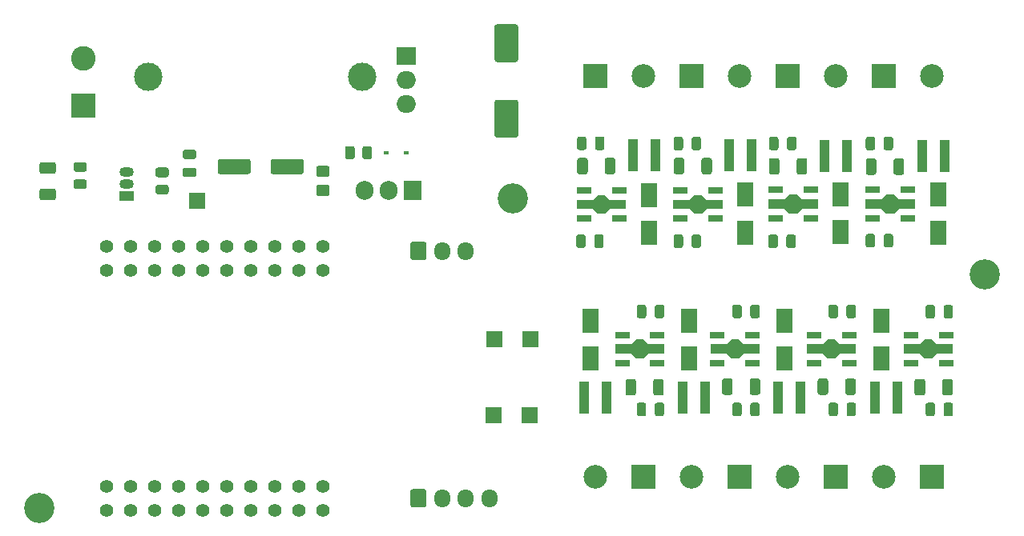
<source format=gts>
G04 #@! TF.GenerationSoftware,KiCad,Pcbnew,5.1.11-e4df9d881f~92~ubuntu20.04.1*
G04 #@! TF.CreationDate,2021-11-04T00:21:16+01:00*
G04 #@! TF.ProjectId,CC dimmer low voltage,43432064-696d-46d6-9572-206c6f772076,0.98*
G04 #@! TF.SameCoordinates,Original*
G04 #@! TF.FileFunction,Soldermask,Top*
G04 #@! TF.FilePolarity,Negative*
%FSLAX46Y46*%
G04 Gerber Fmt 4.6, Leading zero omitted, Abs format (unit mm)*
G04 Created by KiCad (PCBNEW 5.1.11-e4df9d881f~92~ubuntu20.04.1) date 2021-11-04 00:21:16*
%MOMM*%
%LPD*%
G01*
G04 APERTURE LIST*
%ADD10R,0.980000X3.400000*%
%ADD11C,3.000000*%
%ADD12R,1.700000X1.700000*%
%ADD13R,1.800000X2.500000*%
%ADD14C,3.200000*%
%ADD15R,0.600000X0.450000*%
%ADD16O,1.700000X1.950000*%
%ADD17O,2.000000X1.905000*%
%ADD18R,2.000000X1.905000*%
%ADD19O,1.500000X1.050000*%
%ADD20R,1.500000X1.050000*%
%ADD21R,1.905000X2.000000*%
%ADD22O,1.905000X2.000000*%
%ADD23R,2.600000X2.600000*%
%ADD24C,2.600000*%
%ADD25R,1.500000X0.700000*%
%ADD26C,0.150000*%
%ADD27C,1.400000*%
%ADD28C,2.500000*%
%ADD29R,2.500000X2.500000*%
G04 APERTURE END LIST*
G36*
G01*
X159235200Y-98516200D02*
X159235200Y-97566200D01*
G75*
G02*
X159485200Y-97316200I250000J0D01*
G01*
X159985200Y-97316200D01*
G75*
G02*
X160235200Y-97566200I0J-250000D01*
G01*
X160235200Y-98516200D01*
G75*
G02*
X159985200Y-98766200I-250000J0D01*
G01*
X159485200Y-98766200D01*
G75*
G02*
X159235200Y-98516200I0J250000D01*
G01*
G37*
G36*
G01*
X157335200Y-98516200D02*
X157335200Y-97566200D01*
G75*
G02*
X157585200Y-97316200I250000J0D01*
G01*
X158085200Y-97316200D01*
G75*
G02*
X158335200Y-97566200I0J-250000D01*
G01*
X158335200Y-98516200D01*
G75*
G02*
X158085200Y-98766200I-250000J0D01*
G01*
X157585200Y-98766200D01*
G75*
G02*
X157335200Y-98516200I0J250000D01*
G01*
G37*
D10*
X158159000Y-114576600D03*
X160529000Y-114576600D03*
X168547600Y-114576600D03*
X170917600Y-114576600D03*
X178665600Y-114576600D03*
X181035600Y-114576600D03*
X188893000Y-114576600D03*
X191263000Y-114576600D03*
X196266800Y-88998800D03*
X193896800Y-88998800D03*
X185929000Y-88998800D03*
X183559000Y-88998800D03*
X175845200Y-88948000D03*
X173475200Y-88948000D03*
X165659800Y-88973400D03*
X163289800Y-88973400D03*
D11*
X134731400Y-80642200D03*
X112131400Y-80642200D03*
D12*
X152423300Y-116495000D03*
X152473300Y-108445000D03*
D13*
X189570000Y-106429800D03*
X189570000Y-110429800D03*
D14*
X150652000Y-93545000D03*
D13*
X169224600Y-110429800D03*
X169224600Y-106429800D03*
G36*
G01*
X157411400Y-88153000D02*
X157411400Y-87203000D01*
G75*
G02*
X157661400Y-86953000I250000J0D01*
G01*
X158161400Y-86953000D01*
G75*
G02*
X158411400Y-87203000I0J-250000D01*
G01*
X158411400Y-88153000D01*
G75*
G02*
X158161400Y-88403000I-250000J0D01*
G01*
X157661400Y-88403000D01*
G75*
G02*
X157411400Y-88153000I0J250000D01*
G01*
G37*
G36*
G01*
X159311400Y-88153000D02*
X159311400Y-87203000D01*
G75*
G02*
X159561400Y-86953000I250000J0D01*
G01*
X160061400Y-86953000D01*
G75*
G02*
X160311400Y-87203000I0J-250000D01*
G01*
X160311400Y-88153000D01*
G75*
G02*
X160061400Y-88403000I-250000J0D01*
G01*
X159561400Y-88403000D01*
G75*
G02*
X159311400Y-88153000I0J250000D01*
G01*
G37*
G36*
G01*
X167622200Y-98516200D02*
X167622200Y-97566200D01*
G75*
G02*
X167872200Y-97316200I250000J0D01*
G01*
X168372200Y-97316200D01*
G75*
G02*
X168622200Y-97566200I0J-250000D01*
G01*
X168622200Y-98516200D01*
G75*
G02*
X168372200Y-98766200I-250000J0D01*
G01*
X167872200Y-98766200D01*
G75*
G02*
X167622200Y-98516200I0J250000D01*
G01*
G37*
G36*
G01*
X169522200Y-98516200D02*
X169522200Y-97566200D01*
G75*
G02*
X169772200Y-97316200I250000J0D01*
G01*
X170272200Y-97316200D01*
G75*
G02*
X170522200Y-97566200I0J-250000D01*
G01*
X170522200Y-98516200D01*
G75*
G02*
X170272200Y-98766200I-250000J0D01*
G01*
X169772200Y-98766200D01*
G75*
G02*
X169522200Y-98516200I0J250000D01*
G01*
G37*
G36*
G01*
X167622200Y-88178400D02*
X167622200Y-87228400D01*
G75*
G02*
X167872200Y-86978400I250000J0D01*
G01*
X168372200Y-86978400D01*
G75*
G02*
X168622200Y-87228400I0J-250000D01*
G01*
X168622200Y-88178400D01*
G75*
G02*
X168372200Y-88428400I-250000J0D01*
G01*
X167872200Y-88428400D01*
G75*
G02*
X167622200Y-88178400I0J250000D01*
G01*
G37*
G36*
G01*
X169522200Y-88178400D02*
X169522200Y-87228400D01*
G75*
G02*
X169772200Y-86978400I250000J0D01*
G01*
X170272200Y-86978400D01*
G75*
G02*
X170522200Y-87228400I0J-250000D01*
G01*
X170522200Y-88178400D01*
G75*
G02*
X170272200Y-88428400I-250000J0D01*
G01*
X169772200Y-88428400D01*
G75*
G02*
X169522200Y-88178400I0J250000D01*
G01*
G37*
G36*
G01*
X177629800Y-98516200D02*
X177629800Y-97566200D01*
G75*
G02*
X177879800Y-97316200I250000J0D01*
G01*
X178379800Y-97316200D01*
G75*
G02*
X178629800Y-97566200I0J-250000D01*
G01*
X178629800Y-98516200D01*
G75*
G02*
X178379800Y-98766200I-250000J0D01*
G01*
X177879800Y-98766200D01*
G75*
G02*
X177629800Y-98516200I0J250000D01*
G01*
G37*
G36*
G01*
X179529800Y-98516200D02*
X179529800Y-97566200D01*
G75*
G02*
X179779800Y-97316200I250000J0D01*
G01*
X180279800Y-97316200D01*
G75*
G02*
X180529800Y-97566200I0J-250000D01*
G01*
X180529800Y-98516200D01*
G75*
G02*
X180279800Y-98766200I-250000J0D01*
G01*
X179779800Y-98766200D01*
G75*
G02*
X179529800Y-98516200I0J250000D01*
G01*
G37*
G36*
G01*
X179606000Y-88178400D02*
X179606000Y-87228400D01*
G75*
G02*
X179856000Y-86978400I250000J0D01*
G01*
X180356000Y-86978400D01*
G75*
G02*
X180606000Y-87228400I0J-250000D01*
G01*
X180606000Y-88178400D01*
G75*
G02*
X180356000Y-88428400I-250000J0D01*
G01*
X179856000Y-88428400D01*
G75*
G02*
X179606000Y-88178400I0J250000D01*
G01*
G37*
G36*
G01*
X177706000Y-88178400D02*
X177706000Y-87228400D01*
G75*
G02*
X177956000Y-86978400I250000J0D01*
G01*
X178456000Y-86978400D01*
G75*
G02*
X178706000Y-87228400I0J-250000D01*
G01*
X178706000Y-88178400D01*
G75*
G02*
X178456000Y-88428400I-250000J0D01*
G01*
X177956000Y-88428400D01*
G75*
G02*
X177706000Y-88178400I0J250000D01*
G01*
G37*
G36*
G01*
X189816800Y-98465400D02*
X189816800Y-97515400D01*
G75*
G02*
X190066800Y-97265400I250000J0D01*
G01*
X190566800Y-97265400D01*
G75*
G02*
X190816800Y-97515400I0J-250000D01*
G01*
X190816800Y-98465400D01*
G75*
G02*
X190566800Y-98715400I-250000J0D01*
G01*
X190066800Y-98715400D01*
G75*
G02*
X189816800Y-98465400I0J250000D01*
G01*
G37*
G36*
G01*
X187916800Y-98465400D02*
X187916800Y-97515400D01*
G75*
G02*
X188166800Y-97265400I250000J0D01*
G01*
X188666800Y-97265400D01*
G75*
G02*
X188916800Y-97515400I0J-250000D01*
G01*
X188916800Y-98465400D01*
G75*
G02*
X188666800Y-98715400I-250000J0D01*
G01*
X188166800Y-98715400D01*
G75*
G02*
X187916800Y-98465400I0J250000D01*
G01*
G37*
G36*
G01*
X187916800Y-88178400D02*
X187916800Y-87228400D01*
G75*
G02*
X188166800Y-86978400I250000J0D01*
G01*
X188666800Y-86978400D01*
G75*
G02*
X188916800Y-87228400I0J-250000D01*
G01*
X188916800Y-88178400D01*
G75*
G02*
X188666800Y-88428400I-250000J0D01*
G01*
X188166800Y-88428400D01*
G75*
G02*
X187916800Y-88178400I0J250000D01*
G01*
G37*
G36*
G01*
X189816800Y-88178400D02*
X189816800Y-87228400D01*
G75*
G02*
X190066800Y-86978400I250000J0D01*
G01*
X190566800Y-86978400D01*
G75*
G02*
X190816800Y-87228400I0J-250000D01*
G01*
X190816800Y-88178400D01*
G75*
G02*
X190566800Y-88428400I-250000J0D01*
G01*
X190066800Y-88428400D01*
G75*
G02*
X189816800Y-88178400I0J250000D01*
G01*
G37*
G36*
G01*
X195241400Y-105033800D02*
X195241400Y-105983800D01*
G75*
G02*
X194991400Y-106233800I-250000J0D01*
G01*
X194491400Y-106233800D01*
G75*
G02*
X194241400Y-105983800I0J250000D01*
G01*
X194241400Y-105033800D01*
G75*
G02*
X194491400Y-104783800I250000J0D01*
G01*
X194991400Y-104783800D01*
G75*
G02*
X195241400Y-105033800I0J-250000D01*
G01*
G37*
G36*
G01*
X197141400Y-105033800D02*
X197141400Y-105983800D01*
G75*
G02*
X196891400Y-106233800I-250000J0D01*
G01*
X196391400Y-106233800D01*
G75*
G02*
X196141400Y-105983800I0J250000D01*
G01*
X196141400Y-105033800D01*
G75*
G02*
X196391400Y-104783800I250000J0D01*
G01*
X196891400Y-104783800D01*
G75*
G02*
X197141400Y-105033800I0J-250000D01*
G01*
G37*
G36*
G01*
X197141400Y-115371600D02*
X197141400Y-116321600D01*
G75*
G02*
X196891400Y-116571600I-250000J0D01*
G01*
X196391400Y-116571600D01*
G75*
G02*
X196141400Y-116321600I0J250000D01*
G01*
X196141400Y-115371600D01*
G75*
G02*
X196391400Y-115121600I250000J0D01*
G01*
X196891400Y-115121600D01*
G75*
G02*
X197141400Y-115371600I0J-250000D01*
G01*
G37*
G36*
G01*
X195241400Y-115371600D02*
X195241400Y-116321600D01*
G75*
G02*
X194991400Y-116571600I-250000J0D01*
G01*
X194491400Y-116571600D01*
G75*
G02*
X194241400Y-116321600I0J250000D01*
G01*
X194241400Y-115371600D01*
G75*
G02*
X194491400Y-115121600I250000J0D01*
G01*
X194991400Y-115121600D01*
G75*
G02*
X195241400Y-115371600I0J-250000D01*
G01*
G37*
G36*
G01*
X184979800Y-105008400D02*
X184979800Y-105958400D01*
G75*
G02*
X184729800Y-106208400I-250000J0D01*
G01*
X184229800Y-106208400D01*
G75*
G02*
X183979800Y-105958400I0J250000D01*
G01*
X183979800Y-105008400D01*
G75*
G02*
X184229800Y-104758400I250000J0D01*
G01*
X184729800Y-104758400D01*
G75*
G02*
X184979800Y-105008400I0J-250000D01*
G01*
G37*
G36*
G01*
X186879800Y-105008400D02*
X186879800Y-105958400D01*
G75*
G02*
X186629800Y-106208400I-250000J0D01*
G01*
X186129800Y-106208400D01*
G75*
G02*
X185879800Y-105958400I0J250000D01*
G01*
X185879800Y-105008400D01*
G75*
G02*
X186129800Y-104758400I250000J0D01*
G01*
X186629800Y-104758400D01*
G75*
G02*
X186879800Y-105008400I0J-250000D01*
G01*
G37*
G36*
G01*
X184995000Y-115371600D02*
X184995000Y-116321600D01*
G75*
G02*
X184745000Y-116571600I-250000J0D01*
G01*
X184245000Y-116571600D01*
G75*
G02*
X183995000Y-116321600I0J250000D01*
G01*
X183995000Y-115371600D01*
G75*
G02*
X184245000Y-115121600I250000J0D01*
G01*
X184745000Y-115121600D01*
G75*
G02*
X184995000Y-115371600I0J-250000D01*
G01*
G37*
G36*
G01*
X186895000Y-115371600D02*
X186895000Y-116321600D01*
G75*
G02*
X186645000Y-116571600I-250000J0D01*
G01*
X186145000Y-116571600D01*
G75*
G02*
X185895000Y-116321600I0J250000D01*
G01*
X185895000Y-115371600D01*
G75*
G02*
X186145000Y-115121600I250000J0D01*
G01*
X186645000Y-115121600D01*
G75*
G02*
X186895000Y-115371600I0J-250000D01*
G01*
G37*
G36*
G01*
X176719800Y-105008400D02*
X176719800Y-105958400D01*
G75*
G02*
X176469800Y-106208400I-250000J0D01*
G01*
X175969800Y-106208400D01*
G75*
G02*
X175719800Y-105958400I0J250000D01*
G01*
X175719800Y-105008400D01*
G75*
G02*
X175969800Y-104758400I250000J0D01*
G01*
X176469800Y-104758400D01*
G75*
G02*
X176719800Y-105008400I0J-250000D01*
G01*
G37*
G36*
G01*
X174819800Y-105008400D02*
X174819800Y-105958400D01*
G75*
G02*
X174569800Y-106208400I-250000J0D01*
G01*
X174069800Y-106208400D01*
G75*
G02*
X173819800Y-105958400I0J250000D01*
G01*
X173819800Y-105008400D01*
G75*
G02*
X174069800Y-104758400I250000J0D01*
G01*
X174569800Y-104758400D01*
G75*
G02*
X174819800Y-105008400I0J-250000D01*
G01*
G37*
G36*
G01*
X174819800Y-115371600D02*
X174819800Y-116321600D01*
G75*
G02*
X174569800Y-116571600I-250000J0D01*
G01*
X174069800Y-116571600D01*
G75*
G02*
X173819800Y-116321600I0J250000D01*
G01*
X173819800Y-115371600D01*
G75*
G02*
X174069800Y-115121600I250000J0D01*
G01*
X174569800Y-115121600D01*
G75*
G02*
X174819800Y-115371600I0J-250000D01*
G01*
G37*
G36*
G01*
X176719800Y-115371600D02*
X176719800Y-116321600D01*
G75*
G02*
X176469800Y-116571600I-250000J0D01*
G01*
X175969800Y-116571600D01*
G75*
G02*
X175719800Y-116321600I0J250000D01*
G01*
X175719800Y-115371600D01*
G75*
G02*
X175969800Y-115121600I250000J0D01*
G01*
X176469800Y-115121600D01*
G75*
G02*
X176719800Y-115371600I0J-250000D01*
G01*
G37*
G36*
G01*
X164736000Y-105008400D02*
X164736000Y-105958400D01*
G75*
G02*
X164486000Y-106208400I-250000J0D01*
G01*
X163986000Y-106208400D01*
G75*
G02*
X163736000Y-105958400I0J250000D01*
G01*
X163736000Y-105008400D01*
G75*
G02*
X163986000Y-104758400I250000J0D01*
G01*
X164486000Y-104758400D01*
G75*
G02*
X164736000Y-105008400I0J-250000D01*
G01*
G37*
G36*
G01*
X166636000Y-105008400D02*
X166636000Y-105958400D01*
G75*
G02*
X166386000Y-106208400I-250000J0D01*
G01*
X165886000Y-106208400D01*
G75*
G02*
X165636000Y-105958400I0J250000D01*
G01*
X165636000Y-105008400D01*
G75*
G02*
X165886000Y-104758400I250000J0D01*
G01*
X166386000Y-104758400D01*
G75*
G02*
X166636000Y-105008400I0J-250000D01*
G01*
G37*
G36*
G01*
X166625800Y-115371600D02*
X166625800Y-116321600D01*
G75*
G02*
X166375800Y-116571600I-250000J0D01*
G01*
X165875800Y-116571600D01*
G75*
G02*
X165625800Y-116321600I0J250000D01*
G01*
X165625800Y-115371600D01*
G75*
G02*
X165875800Y-115121600I250000J0D01*
G01*
X166375800Y-115121600D01*
G75*
G02*
X166625800Y-115371600I0J-250000D01*
G01*
G37*
G36*
G01*
X164725800Y-115371600D02*
X164725800Y-116321600D01*
G75*
G02*
X164475800Y-116571600I-250000J0D01*
G01*
X163975800Y-116571600D01*
G75*
G02*
X163725800Y-116321600I0J250000D01*
G01*
X163725800Y-115371600D01*
G75*
G02*
X163975800Y-115121600I250000J0D01*
G01*
X164475800Y-115121600D01*
G75*
G02*
X164725800Y-115371600I0J-250000D01*
G01*
G37*
G36*
G01*
X150946000Y-87074000D02*
X148946000Y-87074000D01*
G75*
G02*
X148696000Y-86824000I0J250000D01*
G01*
X148696000Y-83324000D01*
G75*
G02*
X148946000Y-83074000I250000J0D01*
G01*
X150946000Y-83074000D01*
G75*
G02*
X151196000Y-83324000I0J-250000D01*
G01*
X151196000Y-86824000D01*
G75*
G02*
X150946000Y-87074000I-250000J0D01*
G01*
G37*
G36*
G01*
X150946000Y-79074000D02*
X148946000Y-79074000D01*
G75*
G02*
X148696000Y-78824000I0J250000D01*
G01*
X148696000Y-75324000D01*
G75*
G02*
X148946000Y-75074000I250000J0D01*
G01*
X150946000Y-75074000D01*
G75*
G02*
X151196000Y-75324000I0J-250000D01*
G01*
X151196000Y-78824000D01*
G75*
G02*
X150946000Y-79074000I-250000J0D01*
G01*
G37*
G36*
G01*
X128537200Y-89591800D02*
X128537200Y-90691800D01*
G75*
G02*
X128287200Y-90941800I-250000J0D01*
G01*
X125287200Y-90941800D01*
G75*
G02*
X125037200Y-90691800I0J250000D01*
G01*
X125037200Y-89591800D01*
G75*
G02*
X125287200Y-89341800I250000J0D01*
G01*
X128287200Y-89341800D01*
G75*
G02*
X128537200Y-89591800I0J-250000D01*
G01*
G37*
G36*
G01*
X122937200Y-89591800D02*
X122937200Y-90691800D01*
G75*
G02*
X122687200Y-90941800I-250000J0D01*
G01*
X119687200Y-90941800D01*
G75*
G02*
X119437200Y-90691800I0J250000D01*
G01*
X119437200Y-89591800D01*
G75*
G02*
X119687200Y-89341800I250000J0D01*
G01*
X122687200Y-89341800D01*
G75*
G02*
X122937200Y-89591800I0J-250000D01*
G01*
G37*
G36*
G01*
X116943800Y-91261600D02*
X115993800Y-91261600D01*
G75*
G02*
X115743800Y-91011600I0J250000D01*
G01*
X115743800Y-90511600D01*
G75*
G02*
X115993800Y-90261600I250000J0D01*
G01*
X116943800Y-90261600D01*
G75*
G02*
X117193800Y-90511600I0J-250000D01*
G01*
X117193800Y-91011600D01*
G75*
G02*
X116943800Y-91261600I-250000J0D01*
G01*
G37*
G36*
G01*
X116943800Y-89361600D02*
X115993800Y-89361600D01*
G75*
G02*
X115743800Y-89111600I0J250000D01*
G01*
X115743800Y-88611600D01*
G75*
G02*
X115993800Y-88361600I250000J0D01*
G01*
X116943800Y-88361600D01*
G75*
G02*
X117193800Y-88611600I0J-250000D01*
G01*
X117193800Y-89111600D01*
G75*
G02*
X116943800Y-89361600I-250000J0D01*
G01*
G37*
X164982800Y-97145600D03*
X164982800Y-93145600D03*
X175219000Y-97120200D03*
X175219000Y-93120200D03*
X185226600Y-97094800D03*
X185226600Y-93094800D03*
X195615200Y-93120200D03*
X195615200Y-97120200D03*
X179359200Y-110429800D03*
X179359200Y-106429800D03*
X158836000Y-110455200D03*
X158836000Y-106455200D03*
D15*
X139337400Y-88668600D03*
X137237400Y-88668600D03*
G36*
G01*
X102107800Y-93716200D02*
X100857800Y-93716200D01*
G75*
G02*
X100607800Y-93466200I0J250000D01*
G01*
X100607800Y-92716200D01*
G75*
G02*
X100857800Y-92466200I250000J0D01*
G01*
X102107800Y-92466200D01*
G75*
G02*
X102357800Y-92716200I0J-250000D01*
G01*
X102357800Y-93466200D01*
G75*
G02*
X102107800Y-93716200I-250000J0D01*
G01*
G37*
G36*
G01*
X102107800Y-90916200D02*
X100857800Y-90916200D01*
G75*
G02*
X100607800Y-90666200I0J250000D01*
G01*
X100607800Y-89916200D01*
G75*
G02*
X100857800Y-89666200I250000J0D01*
G01*
X102107800Y-89666200D01*
G75*
G02*
X102357800Y-89916200I0J-250000D01*
G01*
X102357800Y-90666200D01*
G75*
G02*
X102107800Y-90916200I-250000J0D01*
G01*
G37*
G36*
G01*
X130115799Y-90056400D02*
X131015801Y-90056400D01*
G75*
G02*
X131265800Y-90306399I0J-249999D01*
G01*
X131265800Y-91006401D01*
G75*
G02*
X131015801Y-91256400I-249999J0D01*
G01*
X130115799Y-91256400D01*
G75*
G02*
X129865800Y-91006401I0J249999D01*
G01*
X129865800Y-90306399D01*
G75*
G02*
X130115799Y-90056400I249999J0D01*
G01*
G37*
G36*
G01*
X130115799Y-92056400D02*
X131015801Y-92056400D01*
G75*
G02*
X131265800Y-92306399I0J-249999D01*
G01*
X131265800Y-93006401D01*
G75*
G02*
X131015801Y-93256400I-249999J0D01*
G01*
X130115799Y-93256400D01*
G75*
G02*
X129865800Y-93006401I0J249999D01*
G01*
X129865800Y-92306399D01*
G75*
G02*
X130115799Y-92056400I249999J0D01*
G01*
G37*
D14*
X100619200Y-126286000D03*
X200466600Y-101521000D03*
G36*
G01*
X139802000Y-99782200D02*
X139802000Y-98332200D01*
G75*
G02*
X140052000Y-98082200I250000J0D01*
G01*
X141252000Y-98082200D01*
G75*
G02*
X141502000Y-98332200I0J-250000D01*
G01*
X141502000Y-99782200D01*
G75*
G02*
X141252000Y-100032200I-250000J0D01*
G01*
X140052000Y-100032200D01*
G75*
G02*
X139802000Y-99782200I0J250000D01*
G01*
G37*
D16*
X143152000Y-99057200D03*
X145652000Y-99057200D03*
G36*
G01*
X139802000Y-125969600D02*
X139802000Y-124519600D01*
G75*
G02*
X140052000Y-124269600I250000J0D01*
G01*
X141252000Y-124269600D01*
G75*
G02*
X141502000Y-124519600I0J-250000D01*
G01*
X141502000Y-125969600D01*
G75*
G02*
X141252000Y-126219600I-250000J0D01*
G01*
X140052000Y-126219600D01*
G75*
G02*
X139802000Y-125969600I0J250000D01*
G01*
G37*
X143152000Y-125244600D03*
X145652000Y-125244600D03*
X148152000Y-125244600D03*
D12*
X148652000Y-108445000D03*
X148602000Y-116495000D03*
X117230800Y-93774000D03*
D17*
X139354200Y-83487000D03*
X139354200Y-80947000D03*
D18*
X139354200Y-78407000D03*
G36*
G01*
X157420600Y-90716003D02*
X157420600Y-89465997D01*
G75*
G02*
X157670597Y-89216000I249997J0D01*
G01*
X158295603Y-89216000D01*
G75*
G02*
X158545600Y-89465997I0J-249997D01*
G01*
X158545600Y-90716003D01*
G75*
G02*
X158295603Y-90966000I-249997J0D01*
G01*
X157670597Y-90966000D01*
G75*
G02*
X157420600Y-90716003I0J249997D01*
G01*
G37*
G36*
G01*
X160345600Y-90716003D02*
X160345600Y-89465997D01*
G75*
G02*
X160595597Y-89216000I249997J0D01*
G01*
X161220603Y-89216000D01*
G75*
G02*
X161470600Y-89465997I0J-249997D01*
G01*
X161470600Y-90716003D01*
G75*
G02*
X161220603Y-90966000I-249997J0D01*
G01*
X160595597Y-90966000D01*
G75*
G02*
X160345600Y-90716003I0J249997D01*
G01*
G37*
G36*
G01*
X170556400Y-90716003D02*
X170556400Y-89465997D01*
G75*
G02*
X170806397Y-89216000I249997J0D01*
G01*
X171431403Y-89216000D01*
G75*
G02*
X171681400Y-89465997I0J-249997D01*
G01*
X171681400Y-90716003D01*
G75*
G02*
X171431403Y-90966000I-249997J0D01*
G01*
X170806397Y-90966000D01*
G75*
G02*
X170556400Y-90716003I0J249997D01*
G01*
G37*
G36*
G01*
X167631400Y-90716003D02*
X167631400Y-89465997D01*
G75*
G02*
X167881397Y-89216000I249997J0D01*
G01*
X168506403Y-89216000D01*
G75*
G02*
X168756400Y-89465997I0J-249997D01*
G01*
X168756400Y-90716003D01*
G75*
G02*
X168506403Y-90966000I-249997J0D01*
G01*
X167881397Y-90966000D01*
G75*
G02*
X167631400Y-90716003I0J249997D01*
G01*
G37*
G36*
G01*
X180614800Y-90741403D02*
X180614800Y-89491397D01*
G75*
G02*
X180864797Y-89241400I249997J0D01*
G01*
X181489803Y-89241400D01*
G75*
G02*
X181739800Y-89491397I0J-249997D01*
G01*
X181739800Y-90741403D01*
G75*
G02*
X181489803Y-90991400I-249997J0D01*
G01*
X180864797Y-90991400D01*
G75*
G02*
X180614800Y-90741403I0J249997D01*
G01*
G37*
G36*
G01*
X177689800Y-90741403D02*
X177689800Y-89491397D01*
G75*
G02*
X177939797Y-89241400I249997J0D01*
G01*
X178564803Y-89241400D01*
G75*
G02*
X178814800Y-89491397I0J-249997D01*
G01*
X178814800Y-90741403D01*
G75*
G02*
X178564803Y-90991400I-249997J0D01*
G01*
X177939797Y-90991400D01*
G75*
G02*
X177689800Y-90741403I0J249997D01*
G01*
G37*
G36*
G01*
X187926000Y-90766803D02*
X187926000Y-89516797D01*
G75*
G02*
X188175997Y-89266800I249997J0D01*
G01*
X188801003Y-89266800D01*
G75*
G02*
X189051000Y-89516797I0J-249997D01*
G01*
X189051000Y-90766803D01*
G75*
G02*
X188801003Y-91016800I-249997J0D01*
G01*
X188175997Y-91016800D01*
G75*
G02*
X187926000Y-90766803I0J249997D01*
G01*
G37*
G36*
G01*
X190851000Y-90766803D02*
X190851000Y-89516797D01*
G75*
G02*
X191100997Y-89266800I249997J0D01*
G01*
X191726003Y-89266800D01*
G75*
G02*
X191976000Y-89516797I0J-249997D01*
G01*
X191976000Y-90766803D01*
G75*
G02*
X191726003Y-91016800I-249997J0D01*
G01*
X191100997Y-91016800D01*
G75*
G02*
X190851000Y-90766803I0J249997D01*
G01*
G37*
G36*
G01*
X194202000Y-112869997D02*
X194202000Y-114120003D01*
G75*
G02*
X193952003Y-114370000I-249997J0D01*
G01*
X193326997Y-114370000D01*
G75*
G02*
X193077000Y-114120003I0J249997D01*
G01*
X193077000Y-112869997D01*
G75*
G02*
X193326997Y-112620000I249997J0D01*
G01*
X193952003Y-112620000D01*
G75*
G02*
X194202000Y-112869997I0J-249997D01*
G01*
G37*
G36*
G01*
X197127000Y-112869997D02*
X197127000Y-114120003D01*
G75*
G02*
X196877003Y-114370000I-249997J0D01*
G01*
X196251997Y-114370000D01*
G75*
G02*
X196002000Y-114120003I0J249997D01*
G01*
X196002000Y-112869997D01*
G75*
G02*
X196251997Y-112620000I249997J0D01*
G01*
X196877003Y-112620000D01*
G75*
G02*
X197127000Y-112869997I0J-249997D01*
G01*
G37*
G36*
G01*
X186881300Y-112808597D02*
X186881300Y-114058603D01*
G75*
G02*
X186631303Y-114308600I-249997J0D01*
G01*
X186006297Y-114308600D01*
G75*
G02*
X185756300Y-114058603I0J249997D01*
G01*
X185756300Y-112808597D01*
G75*
G02*
X186006297Y-112558600I249997J0D01*
G01*
X186631303Y-112558600D01*
G75*
G02*
X186881300Y-112808597I0J-249997D01*
G01*
G37*
G36*
G01*
X183956300Y-112808597D02*
X183956300Y-114058603D01*
G75*
G02*
X183706303Y-114308600I-249997J0D01*
G01*
X183081297Y-114308600D01*
G75*
G02*
X182831300Y-114058603I0J249997D01*
G01*
X182831300Y-112808597D01*
G75*
G02*
X183081297Y-112558600I249997J0D01*
G01*
X183706303Y-112558600D01*
G75*
G02*
X183956300Y-112808597I0J-249997D01*
G01*
G37*
G36*
G01*
X173852000Y-112808597D02*
X173852000Y-114058603D01*
G75*
G02*
X173602003Y-114308600I-249997J0D01*
G01*
X172976997Y-114308600D01*
G75*
G02*
X172727000Y-114058603I0J249997D01*
G01*
X172727000Y-112808597D01*
G75*
G02*
X172976997Y-112558600I249997J0D01*
G01*
X173602003Y-112558600D01*
G75*
G02*
X173852000Y-112808597I0J-249997D01*
G01*
G37*
G36*
G01*
X176777000Y-112808597D02*
X176777000Y-114058603D01*
G75*
G02*
X176527003Y-114308600I-249997J0D01*
G01*
X175901997Y-114308600D01*
G75*
G02*
X175652000Y-114058603I0J249997D01*
G01*
X175652000Y-112808597D01*
G75*
G02*
X175901997Y-112558600I249997J0D01*
G01*
X176527003Y-112558600D01*
G75*
G02*
X176777000Y-112808597I0J-249997D01*
G01*
G37*
G36*
G01*
X166577000Y-112869997D02*
X166577000Y-114120003D01*
G75*
G02*
X166327003Y-114370000I-249997J0D01*
G01*
X165701997Y-114370000D01*
G75*
G02*
X165452000Y-114120003I0J249997D01*
G01*
X165452000Y-112869997D01*
G75*
G02*
X165701997Y-112620000I249997J0D01*
G01*
X166327003Y-112620000D01*
G75*
G02*
X166577000Y-112869997I0J-249997D01*
G01*
G37*
G36*
G01*
X163652000Y-112869997D02*
X163652000Y-114120003D01*
G75*
G02*
X163402003Y-114370000I-249997J0D01*
G01*
X162776997Y-114370000D01*
G75*
G02*
X162527000Y-114120003I0J249997D01*
G01*
X162527000Y-112869997D01*
G75*
G02*
X162776997Y-112620000I249997J0D01*
G01*
X163402003Y-112620000D01*
G75*
G02*
X163652000Y-112869997I0J-249997D01*
G01*
G37*
G36*
G01*
X113123198Y-90240800D02*
X114023202Y-90240800D01*
G75*
G02*
X114273200Y-90490798I0J-249998D01*
G01*
X114273200Y-91015802D01*
G75*
G02*
X114023202Y-91265800I-249998J0D01*
G01*
X113123198Y-91265800D01*
G75*
G02*
X112873200Y-91015802I0J249998D01*
G01*
X112873200Y-90490798D01*
G75*
G02*
X113123198Y-90240800I249998J0D01*
G01*
G37*
G36*
G01*
X113123198Y-92065800D02*
X114023202Y-92065800D01*
G75*
G02*
X114273200Y-92315798I0J-249998D01*
G01*
X114273200Y-92840802D01*
G75*
G02*
X114023202Y-93090800I-249998J0D01*
G01*
X113123198Y-93090800D01*
G75*
G02*
X112873200Y-92840802I0J249998D01*
G01*
X112873200Y-92315798D01*
G75*
G02*
X113123198Y-92065800I249998J0D01*
G01*
G37*
G36*
G01*
X133925000Y-88218598D02*
X133925000Y-89118602D01*
G75*
G02*
X133675002Y-89368600I-249998J0D01*
G01*
X133149998Y-89368600D01*
G75*
G02*
X132900000Y-89118602I0J249998D01*
G01*
X132900000Y-88218598D01*
G75*
G02*
X133149998Y-87968600I249998J0D01*
G01*
X133675002Y-87968600D01*
G75*
G02*
X133925000Y-88218598I0J-249998D01*
G01*
G37*
G36*
G01*
X135750000Y-88218598D02*
X135750000Y-89118602D01*
G75*
G02*
X135500002Y-89368600I-249998J0D01*
G01*
X134974998Y-89368600D01*
G75*
G02*
X134725000Y-89118602I0J249998D01*
G01*
X134725000Y-88218598D01*
G75*
G02*
X134974998Y-87968600I249998J0D01*
G01*
X135500002Y-87968600D01*
G75*
G02*
X135750000Y-88218598I0J-249998D01*
G01*
G37*
G36*
G01*
X105361802Y-92506600D02*
X104461798Y-92506600D01*
G75*
G02*
X104211800Y-92256602I0J249998D01*
G01*
X104211800Y-91731598D01*
G75*
G02*
X104461798Y-91481600I249998J0D01*
G01*
X105361802Y-91481600D01*
G75*
G02*
X105611800Y-91731598I0J-249998D01*
G01*
X105611800Y-92256602D01*
G75*
G02*
X105361802Y-92506600I-249998J0D01*
G01*
G37*
G36*
G01*
X105361802Y-90681600D02*
X104461798Y-90681600D01*
G75*
G02*
X104211800Y-90431602I0J249998D01*
G01*
X104211800Y-89906598D01*
G75*
G02*
X104461798Y-89656600I249998J0D01*
G01*
X105361802Y-89656600D01*
G75*
G02*
X105611800Y-89906598I0J-249998D01*
G01*
X105611800Y-90431602D01*
G75*
G02*
X105361802Y-90681600I-249998J0D01*
G01*
G37*
D19*
X109839400Y-91996000D03*
X109839400Y-90726000D03*
D20*
X109839400Y-93266000D03*
D21*
X140040000Y-92681800D03*
D22*
X137500000Y-92681800D03*
X134960000Y-92681800D03*
D23*
X105242000Y-83690200D03*
D24*
X105242000Y-78690200D03*
D25*
X158152000Y-95645000D03*
X158152000Y-92645000D03*
X161852000Y-95645000D03*
X161852000Y-92645000D03*
D26*
G36*
X159102000Y-94645000D02*
G01*
X157402000Y-94645000D01*
X157402000Y-93645000D01*
X159102000Y-93645000D01*
X159602000Y-93145000D01*
X160402000Y-93145000D01*
X160902000Y-93645000D01*
X162602000Y-93645000D01*
X162602000Y-94645000D01*
X160902000Y-94645000D01*
X160402000Y-95145000D01*
X159602000Y-95145000D01*
X159102000Y-94645000D01*
G37*
D25*
X168352000Y-95645000D03*
X168352000Y-92645000D03*
X172052000Y-95645000D03*
X172052000Y-92645000D03*
D26*
G36*
X169302000Y-94645000D02*
G01*
X167602000Y-94645000D01*
X167602000Y-93645000D01*
X169302000Y-93645000D01*
X169802000Y-93145000D01*
X170602000Y-93145000D01*
X171102000Y-93645000D01*
X172802000Y-93645000D01*
X172802000Y-94645000D01*
X171102000Y-94645000D01*
X170602000Y-95145000D01*
X169802000Y-95145000D01*
X169302000Y-94645000D01*
G37*
G36*
X179352000Y-94595000D02*
G01*
X177652000Y-94595000D01*
X177652000Y-93595000D01*
X179352000Y-93595000D01*
X179852000Y-93095000D01*
X180652000Y-93095000D01*
X181152000Y-93595000D01*
X182852000Y-93595000D01*
X182852000Y-94595000D01*
X181152000Y-94595000D01*
X180652000Y-95095000D01*
X179852000Y-95095000D01*
X179352000Y-94595000D01*
G37*
D25*
X182102000Y-92595000D03*
X182102000Y-95595000D03*
X178402000Y-92595000D03*
X178402000Y-95595000D03*
D26*
G36*
X189602000Y-94595000D02*
G01*
X187902000Y-94595000D01*
X187902000Y-93595000D01*
X189602000Y-93595000D01*
X190102000Y-93095000D01*
X190902000Y-93095000D01*
X191402000Y-93595000D01*
X193102000Y-93595000D01*
X193102000Y-94595000D01*
X191402000Y-94595000D01*
X190902000Y-95095000D01*
X190102000Y-95095000D01*
X189602000Y-94595000D01*
G37*
D25*
X192352000Y-92595000D03*
X192352000Y-95595000D03*
X188652000Y-92595000D03*
X188652000Y-95595000D03*
D26*
G36*
X195452000Y-108945000D02*
G01*
X197152000Y-108945000D01*
X197152000Y-109945000D01*
X195452000Y-109945000D01*
X194952000Y-110445000D01*
X194152000Y-110445000D01*
X193652000Y-109945000D01*
X191952000Y-109945000D01*
X191952000Y-108945000D01*
X193652000Y-108945000D01*
X194152000Y-108445000D01*
X194952000Y-108445000D01*
X195452000Y-108945000D01*
G37*
D25*
X192702000Y-110945000D03*
X192702000Y-107945000D03*
X196402000Y-110945000D03*
X196402000Y-107945000D03*
D26*
G36*
X185202000Y-108945000D02*
G01*
X186902000Y-108945000D01*
X186902000Y-109945000D01*
X185202000Y-109945000D01*
X184702000Y-110445000D01*
X183902000Y-110445000D01*
X183402000Y-109945000D01*
X181702000Y-109945000D01*
X181702000Y-108945000D01*
X183402000Y-108945000D01*
X183902000Y-108445000D01*
X184702000Y-108445000D01*
X185202000Y-108945000D01*
G37*
D25*
X182452000Y-110945000D03*
X182452000Y-107945000D03*
X186152000Y-110945000D03*
X186152000Y-107945000D03*
X175952000Y-107945000D03*
X175952000Y-110945000D03*
X172252000Y-107945000D03*
X172252000Y-110945000D03*
D26*
G36*
X175002000Y-108945000D02*
G01*
X176702000Y-108945000D01*
X176702000Y-109945000D01*
X175002000Y-109945000D01*
X174502000Y-110445000D01*
X173702000Y-110445000D01*
X173202000Y-109945000D01*
X171502000Y-109945000D01*
X171502000Y-108945000D01*
X173202000Y-108945000D01*
X173702000Y-108445000D01*
X174502000Y-108445000D01*
X175002000Y-108945000D01*
G37*
D25*
X165902000Y-107945000D03*
X165902000Y-110945000D03*
X162202000Y-107945000D03*
X162202000Y-110945000D03*
D26*
G36*
X164952000Y-108945000D02*
G01*
X166652000Y-108945000D01*
X166652000Y-109945000D01*
X164952000Y-109945000D01*
X164452000Y-110445000D01*
X163652000Y-110445000D01*
X163152000Y-109945000D01*
X161452000Y-109945000D01*
X161452000Y-108945000D01*
X163152000Y-108945000D01*
X163652000Y-108445000D01*
X164452000Y-108445000D01*
X164952000Y-108945000D01*
G37*
D27*
X107722000Y-124025000D03*
X107722000Y-126565000D03*
X110262000Y-126565000D03*
X110262000Y-124025000D03*
X112802000Y-126565000D03*
X112802000Y-124025000D03*
X115342000Y-126565000D03*
X115342000Y-124025000D03*
X117882000Y-126565000D03*
X117882000Y-124025000D03*
X120422000Y-126565000D03*
X120422000Y-124025000D03*
X122962000Y-126565000D03*
X122962000Y-124025000D03*
X125502000Y-126565000D03*
X125502000Y-124025000D03*
X128042000Y-126565000D03*
X128042000Y-124025000D03*
X130582000Y-126565000D03*
X130582000Y-124025000D03*
X107722000Y-101165000D03*
X107722000Y-98625000D03*
X110262000Y-101165000D03*
X110262000Y-98625000D03*
X112802000Y-101165000D03*
X112802000Y-98625000D03*
X115342000Y-101165000D03*
X115342000Y-98625000D03*
X117882000Y-101165000D03*
X117882000Y-98625000D03*
X120422000Y-101165000D03*
X120422000Y-98625000D03*
X122962000Y-101165000D03*
X122962000Y-98625000D03*
X125502000Y-101165000D03*
X125502000Y-98625000D03*
X128042000Y-101165000D03*
X128042000Y-98625000D03*
X130582000Y-101165000D03*
X130582000Y-98625000D03*
D28*
X164432000Y-80545000D03*
D29*
X159352000Y-80545000D03*
X169512000Y-80545000D03*
D28*
X174592000Y-80545000D03*
X184752000Y-80545000D03*
D29*
X179672000Y-80545000D03*
X189832000Y-80545000D03*
D28*
X194912000Y-80545000D03*
D29*
X194902000Y-123015000D03*
D28*
X189822000Y-123015000D03*
X179662000Y-123015000D03*
D29*
X184742000Y-123015000D03*
X174582000Y-123015000D03*
D28*
X169502000Y-123015000D03*
X159332000Y-123015000D03*
D29*
X164412000Y-123015000D03*
M02*

</source>
